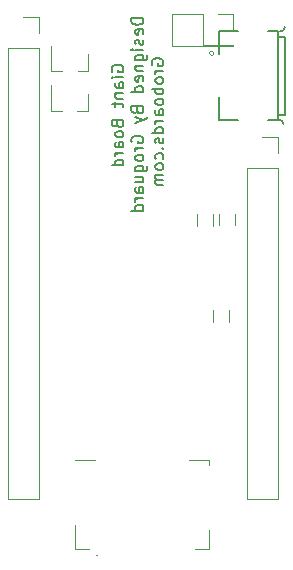
<source format=gbo>
G04 #@! TF.GenerationSoftware,KiCad,Pcbnew,5.1.4-e60b266~84~ubuntu19.04.1*
G04 #@! TF.CreationDate,2019-10-25T13:04:57-07:00*
G04 #@! TF.ProjectId,ATSAMA5D27-1G,41545341-4d41-4354-9432-372d31472e6b,rev?*
G04 #@! TF.SameCoordinates,Original*
G04 #@! TF.FileFunction,Legend,Bot*
G04 #@! TF.FilePolarity,Positive*
%FSLAX46Y46*%
G04 Gerber Fmt 4.6, Leading zero omitted, Abs format (unit mm)*
G04 Created by KiCad (PCBNEW 5.1.4-e60b266~84~ubuntu19.04.1) date 2019-10-25 13:04:57*
%MOMM*%
%LPD*%
G04 APERTURE LIST*
%ADD10C,0.200000*%
%ADD11C,0.100000*%
%ADD12C,0.120000*%
G04 APERTURE END LIST*
D10*
X132512260Y-79812634D02*
X132464640Y-79717396D01*
X132464640Y-79574539D01*
X132512260Y-79431681D01*
X132607498Y-79336443D01*
X132702736Y-79288824D01*
X132893212Y-79241205D01*
X133036069Y-79241205D01*
X133226545Y-79288824D01*
X133321783Y-79336443D01*
X133417021Y-79431681D01*
X133464640Y-79574539D01*
X133464640Y-79669777D01*
X133417021Y-79812634D01*
X133369402Y-79860253D01*
X133036069Y-79860253D01*
X133036069Y-79669777D01*
X133464640Y-80288824D02*
X132797974Y-80288824D01*
X132464640Y-80288824D02*
X132512260Y-80241205D01*
X132559879Y-80288824D01*
X132512260Y-80336443D01*
X132464640Y-80288824D01*
X132559879Y-80288824D01*
X133464640Y-81193586D02*
X132940831Y-81193586D01*
X132845593Y-81145967D01*
X132797974Y-81050729D01*
X132797974Y-80860253D01*
X132845593Y-80765015D01*
X133417021Y-81193586D02*
X133464640Y-81098348D01*
X133464640Y-80860253D01*
X133417021Y-80765015D01*
X133321783Y-80717396D01*
X133226545Y-80717396D01*
X133131307Y-80765015D01*
X133083688Y-80860253D01*
X133083688Y-81098348D01*
X133036069Y-81193586D01*
X132797974Y-81669777D02*
X133464640Y-81669777D01*
X132893212Y-81669777D02*
X132845593Y-81717396D01*
X132797974Y-81812634D01*
X132797974Y-81955491D01*
X132845593Y-82050729D01*
X132940831Y-82098348D01*
X133464640Y-82098348D01*
X132797974Y-82431681D02*
X132797974Y-82812634D01*
X132464640Y-82574539D02*
X133321783Y-82574539D01*
X133417021Y-82622158D01*
X133464640Y-82717396D01*
X133464640Y-82812634D01*
X132940831Y-84241205D02*
X132988450Y-84384062D01*
X133036069Y-84431681D01*
X133131307Y-84479300D01*
X133274164Y-84479300D01*
X133369402Y-84431681D01*
X133417021Y-84384062D01*
X133464640Y-84288824D01*
X133464640Y-83907872D01*
X132464640Y-83907872D01*
X132464640Y-84241205D01*
X132512260Y-84336443D01*
X132559879Y-84384062D01*
X132655117Y-84431681D01*
X132750355Y-84431681D01*
X132845593Y-84384062D01*
X132893212Y-84336443D01*
X132940831Y-84241205D01*
X132940831Y-83907872D01*
X133464640Y-85050729D02*
X133417021Y-84955491D01*
X133369402Y-84907872D01*
X133274164Y-84860253D01*
X132988450Y-84860253D01*
X132893212Y-84907872D01*
X132845593Y-84955491D01*
X132797974Y-85050729D01*
X132797974Y-85193586D01*
X132845593Y-85288824D01*
X132893212Y-85336443D01*
X132988450Y-85384062D01*
X133274164Y-85384062D01*
X133369402Y-85336443D01*
X133417021Y-85288824D01*
X133464640Y-85193586D01*
X133464640Y-85050729D01*
X133464640Y-86241205D02*
X132940831Y-86241205D01*
X132845593Y-86193586D01*
X132797974Y-86098348D01*
X132797974Y-85907872D01*
X132845593Y-85812634D01*
X133417021Y-86241205D02*
X133464640Y-86145967D01*
X133464640Y-85907872D01*
X133417021Y-85812634D01*
X133321783Y-85765015D01*
X133226545Y-85765015D01*
X133131307Y-85812634D01*
X133083688Y-85907872D01*
X133083688Y-86145967D01*
X133036069Y-86241205D01*
X133464640Y-86717396D02*
X132797974Y-86717396D01*
X132988450Y-86717396D02*
X132893212Y-86765015D01*
X132845593Y-86812634D01*
X132797974Y-86907872D01*
X132797974Y-87003110D01*
X133464640Y-87765015D02*
X132464640Y-87765015D01*
X133417021Y-87765015D02*
X133464640Y-87669777D01*
X133464640Y-87479300D01*
X133417021Y-87384062D01*
X133369402Y-87336443D01*
X133274164Y-87288824D01*
X132988450Y-87288824D01*
X132893212Y-87336443D01*
X132845593Y-87384062D01*
X132797974Y-87479300D01*
X132797974Y-87669777D01*
X132845593Y-87765015D01*
X135153740Y-75293762D02*
X134153740Y-75293762D01*
X134153740Y-75531858D01*
X134201360Y-75674715D01*
X134296598Y-75769953D01*
X134391836Y-75817572D01*
X134582312Y-75865191D01*
X134725169Y-75865191D01*
X134915645Y-75817572D01*
X135010883Y-75769953D01*
X135106121Y-75674715D01*
X135153740Y-75531858D01*
X135153740Y-75293762D01*
X135106121Y-76674715D02*
X135153740Y-76579477D01*
X135153740Y-76389000D01*
X135106121Y-76293762D01*
X135010883Y-76246143D01*
X134629931Y-76246143D01*
X134534693Y-76293762D01*
X134487074Y-76389000D01*
X134487074Y-76579477D01*
X134534693Y-76674715D01*
X134629931Y-76722334D01*
X134725169Y-76722334D01*
X134820407Y-76246143D01*
X135106121Y-77103286D02*
X135153740Y-77198524D01*
X135153740Y-77389000D01*
X135106121Y-77484239D01*
X135010883Y-77531858D01*
X134963264Y-77531858D01*
X134868026Y-77484239D01*
X134820407Y-77389000D01*
X134820407Y-77246143D01*
X134772788Y-77150905D01*
X134677550Y-77103286D01*
X134629931Y-77103286D01*
X134534693Y-77150905D01*
X134487074Y-77246143D01*
X134487074Y-77389000D01*
X134534693Y-77484239D01*
X135153740Y-77960429D02*
X134487074Y-77960429D01*
X134153740Y-77960429D02*
X134201360Y-77912810D01*
X134248979Y-77960429D01*
X134201360Y-78008048D01*
X134153740Y-77960429D01*
X134248979Y-77960429D01*
X134487074Y-78865191D02*
X135296598Y-78865191D01*
X135391836Y-78817572D01*
X135439455Y-78769953D01*
X135487074Y-78674715D01*
X135487074Y-78531858D01*
X135439455Y-78436620D01*
X135106121Y-78865191D02*
X135153740Y-78769953D01*
X135153740Y-78579477D01*
X135106121Y-78484239D01*
X135058502Y-78436620D01*
X134963264Y-78389000D01*
X134677550Y-78389000D01*
X134582312Y-78436620D01*
X134534693Y-78484239D01*
X134487074Y-78579477D01*
X134487074Y-78769953D01*
X134534693Y-78865191D01*
X134487074Y-79341381D02*
X135153740Y-79341381D01*
X134582312Y-79341381D02*
X134534693Y-79389000D01*
X134487074Y-79484239D01*
X134487074Y-79627096D01*
X134534693Y-79722334D01*
X134629931Y-79769953D01*
X135153740Y-79769953D01*
X135106121Y-80627096D02*
X135153740Y-80531858D01*
X135153740Y-80341381D01*
X135106121Y-80246143D01*
X135010883Y-80198524D01*
X134629931Y-80198524D01*
X134534693Y-80246143D01*
X134487074Y-80341381D01*
X134487074Y-80531858D01*
X134534693Y-80627096D01*
X134629931Y-80674715D01*
X134725169Y-80674715D01*
X134820407Y-80198524D01*
X135153740Y-81531858D02*
X134153740Y-81531858D01*
X135106121Y-81531858D02*
X135153740Y-81436620D01*
X135153740Y-81246143D01*
X135106121Y-81150905D01*
X135058502Y-81103286D01*
X134963264Y-81055667D01*
X134677550Y-81055667D01*
X134582312Y-81103286D01*
X134534693Y-81150905D01*
X134487074Y-81246143D01*
X134487074Y-81436620D01*
X134534693Y-81531858D01*
X134629931Y-83103286D02*
X134677550Y-83246143D01*
X134725169Y-83293762D01*
X134820407Y-83341381D01*
X134963264Y-83341381D01*
X135058502Y-83293762D01*
X135106121Y-83246143D01*
X135153740Y-83150905D01*
X135153740Y-82769953D01*
X134153740Y-82769953D01*
X134153740Y-83103286D01*
X134201360Y-83198524D01*
X134248979Y-83246143D01*
X134344217Y-83293762D01*
X134439455Y-83293762D01*
X134534693Y-83246143D01*
X134582312Y-83198524D01*
X134629931Y-83103286D01*
X134629931Y-82769953D01*
X134487074Y-83674715D02*
X135153740Y-83912810D01*
X134487074Y-84150905D02*
X135153740Y-83912810D01*
X135391836Y-83817572D01*
X135439455Y-83769953D01*
X135487074Y-83674715D01*
X134201360Y-85817572D02*
X134153740Y-85722334D01*
X134153740Y-85579477D01*
X134201360Y-85436620D01*
X134296598Y-85341381D01*
X134391836Y-85293762D01*
X134582312Y-85246143D01*
X134725169Y-85246143D01*
X134915645Y-85293762D01*
X135010883Y-85341381D01*
X135106121Y-85436620D01*
X135153740Y-85579477D01*
X135153740Y-85674715D01*
X135106121Y-85817572D01*
X135058502Y-85865191D01*
X134725169Y-85865191D01*
X134725169Y-85674715D01*
X135153740Y-86293762D02*
X134487074Y-86293762D01*
X134677550Y-86293762D02*
X134582312Y-86341381D01*
X134534693Y-86389000D01*
X134487074Y-86484239D01*
X134487074Y-86579477D01*
X135153740Y-87055667D02*
X135106121Y-86960429D01*
X135058502Y-86912810D01*
X134963264Y-86865191D01*
X134677550Y-86865191D01*
X134582312Y-86912810D01*
X134534693Y-86960429D01*
X134487074Y-87055667D01*
X134487074Y-87198524D01*
X134534693Y-87293762D01*
X134582312Y-87341381D01*
X134677550Y-87389000D01*
X134963264Y-87389000D01*
X135058502Y-87341381D01*
X135106121Y-87293762D01*
X135153740Y-87198524D01*
X135153740Y-87055667D01*
X134487074Y-88246143D02*
X135296598Y-88246143D01*
X135391836Y-88198524D01*
X135439455Y-88150905D01*
X135487074Y-88055667D01*
X135487074Y-87912810D01*
X135439455Y-87817572D01*
X135106121Y-88246143D02*
X135153740Y-88150905D01*
X135153740Y-87960429D01*
X135106121Y-87865191D01*
X135058502Y-87817572D01*
X134963264Y-87769953D01*
X134677550Y-87769953D01*
X134582312Y-87817572D01*
X134534693Y-87865191D01*
X134487074Y-87960429D01*
X134487074Y-88150905D01*
X134534693Y-88246143D01*
X134487074Y-89150905D02*
X135153740Y-89150905D01*
X134487074Y-88722334D02*
X135010883Y-88722334D01*
X135106121Y-88769953D01*
X135153740Y-88865191D01*
X135153740Y-89008048D01*
X135106121Y-89103286D01*
X135058502Y-89150905D01*
X135153740Y-90055667D02*
X134629931Y-90055667D01*
X134534693Y-90008048D01*
X134487074Y-89912810D01*
X134487074Y-89722334D01*
X134534693Y-89627096D01*
X135106121Y-90055667D02*
X135153740Y-89960429D01*
X135153740Y-89722334D01*
X135106121Y-89627096D01*
X135010883Y-89579477D01*
X134915645Y-89579477D01*
X134820407Y-89627096D01*
X134772788Y-89722334D01*
X134772788Y-89960429D01*
X134725169Y-90055667D01*
X135153740Y-90531858D02*
X134487074Y-90531858D01*
X134677550Y-90531858D02*
X134582312Y-90579477D01*
X134534693Y-90627096D01*
X134487074Y-90722334D01*
X134487074Y-90817572D01*
X135153740Y-91579477D02*
X134153740Y-91579477D01*
X135106121Y-91579477D02*
X135153740Y-91484239D01*
X135153740Y-91293762D01*
X135106121Y-91198524D01*
X135058502Y-91150905D01*
X134963264Y-91103286D01*
X134677550Y-91103286D01*
X134582312Y-91150905D01*
X134534693Y-91198524D01*
X134487074Y-91293762D01*
X134487074Y-91484239D01*
X134534693Y-91579477D01*
X135903160Y-79262096D02*
X135855540Y-79166858D01*
X135855540Y-79024000D01*
X135903160Y-78881143D01*
X135998398Y-78785905D01*
X136093636Y-78738286D01*
X136284112Y-78690667D01*
X136426969Y-78690667D01*
X136617445Y-78738286D01*
X136712683Y-78785905D01*
X136807921Y-78881143D01*
X136855540Y-79024000D01*
X136855540Y-79119239D01*
X136807921Y-79262096D01*
X136760302Y-79309715D01*
X136426969Y-79309715D01*
X136426969Y-79119239D01*
X136855540Y-79738286D02*
X136188874Y-79738286D01*
X136379350Y-79738286D02*
X136284112Y-79785905D01*
X136236493Y-79833524D01*
X136188874Y-79928762D01*
X136188874Y-80024000D01*
X136855540Y-80500191D02*
X136807921Y-80404953D01*
X136760302Y-80357334D01*
X136665064Y-80309715D01*
X136379350Y-80309715D01*
X136284112Y-80357334D01*
X136236493Y-80404953D01*
X136188874Y-80500191D01*
X136188874Y-80643048D01*
X136236493Y-80738286D01*
X136284112Y-80785905D01*
X136379350Y-80833524D01*
X136665064Y-80833524D01*
X136760302Y-80785905D01*
X136807921Y-80738286D01*
X136855540Y-80643048D01*
X136855540Y-80500191D01*
X136855540Y-81262096D02*
X135855540Y-81262096D01*
X136236493Y-81262096D02*
X136188874Y-81357334D01*
X136188874Y-81547810D01*
X136236493Y-81643048D01*
X136284112Y-81690667D01*
X136379350Y-81738286D01*
X136665064Y-81738286D01*
X136760302Y-81690667D01*
X136807921Y-81643048D01*
X136855540Y-81547810D01*
X136855540Y-81357334D01*
X136807921Y-81262096D01*
X136855540Y-82309715D02*
X136807921Y-82214477D01*
X136760302Y-82166858D01*
X136665064Y-82119239D01*
X136379350Y-82119239D01*
X136284112Y-82166858D01*
X136236493Y-82214477D01*
X136188874Y-82309715D01*
X136188874Y-82452572D01*
X136236493Y-82547810D01*
X136284112Y-82595429D01*
X136379350Y-82643048D01*
X136665064Y-82643048D01*
X136760302Y-82595429D01*
X136807921Y-82547810D01*
X136855540Y-82452572D01*
X136855540Y-82309715D01*
X136855540Y-83500191D02*
X136331731Y-83500191D01*
X136236493Y-83452572D01*
X136188874Y-83357334D01*
X136188874Y-83166858D01*
X136236493Y-83071620D01*
X136807921Y-83500191D02*
X136855540Y-83404953D01*
X136855540Y-83166858D01*
X136807921Y-83071620D01*
X136712683Y-83024000D01*
X136617445Y-83024000D01*
X136522207Y-83071620D01*
X136474588Y-83166858D01*
X136474588Y-83404953D01*
X136426969Y-83500191D01*
X136855540Y-83976381D02*
X136188874Y-83976381D01*
X136379350Y-83976381D02*
X136284112Y-84024000D01*
X136236493Y-84071620D01*
X136188874Y-84166858D01*
X136188874Y-84262096D01*
X136855540Y-85024000D02*
X135855540Y-85024000D01*
X136807921Y-85024000D02*
X136855540Y-84928762D01*
X136855540Y-84738286D01*
X136807921Y-84643048D01*
X136760302Y-84595429D01*
X136665064Y-84547810D01*
X136379350Y-84547810D01*
X136284112Y-84595429D01*
X136236493Y-84643048D01*
X136188874Y-84738286D01*
X136188874Y-84928762D01*
X136236493Y-85024000D01*
X136807921Y-85452572D02*
X136855540Y-85547810D01*
X136855540Y-85738286D01*
X136807921Y-85833524D01*
X136712683Y-85881143D01*
X136665064Y-85881143D01*
X136569826Y-85833524D01*
X136522207Y-85738286D01*
X136522207Y-85595429D01*
X136474588Y-85500191D01*
X136379350Y-85452572D01*
X136331731Y-85452572D01*
X136236493Y-85500191D01*
X136188874Y-85595429D01*
X136188874Y-85738286D01*
X136236493Y-85833524D01*
X136760302Y-86309715D02*
X136807921Y-86357334D01*
X136855540Y-86309715D01*
X136807921Y-86262096D01*
X136760302Y-86309715D01*
X136855540Y-86309715D01*
X136807921Y-87214477D02*
X136855540Y-87119239D01*
X136855540Y-86928762D01*
X136807921Y-86833524D01*
X136760302Y-86785905D01*
X136665064Y-86738286D01*
X136379350Y-86738286D01*
X136284112Y-86785905D01*
X136236493Y-86833524D01*
X136188874Y-86928762D01*
X136188874Y-87119239D01*
X136236493Y-87214477D01*
X136855540Y-87785905D02*
X136807921Y-87690667D01*
X136760302Y-87643048D01*
X136665064Y-87595429D01*
X136379350Y-87595429D01*
X136284112Y-87643048D01*
X136236493Y-87690667D01*
X136188874Y-87785905D01*
X136188874Y-87928762D01*
X136236493Y-88024000D01*
X136284112Y-88071620D01*
X136379350Y-88119239D01*
X136665064Y-88119239D01*
X136760302Y-88071620D01*
X136807921Y-88024000D01*
X136855540Y-87928762D01*
X136855540Y-87785905D01*
X136855540Y-88547810D02*
X136188874Y-88547810D01*
X136284112Y-88547810D02*
X136236493Y-88595429D01*
X136188874Y-88690667D01*
X136188874Y-88833524D01*
X136236493Y-88928762D01*
X136331731Y-88976381D01*
X136855540Y-88976381D01*
X136331731Y-88976381D02*
X136236493Y-89024000D01*
X136188874Y-89119239D01*
X136188874Y-89262096D01*
X136236493Y-89357334D01*
X136331731Y-89404953D01*
X136855540Y-89404953D01*
D11*
X131237260Y-120766620D02*
G75*
G02X131137260Y-120766620I-50000J0D01*
G01*
X131137260Y-120766620D02*
G75*
G02X131237260Y-120766620I50000J0D01*
G01*
X131137260Y-120766620D02*
X131137260Y-120766620D01*
X131237260Y-120766620D02*
X131237260Y-120766620D01*
X129387260Y-120266620D02*
X129387260Y-118166620D01*
X130537260Y-120266620D02*
X129387260Y-120266620D01*
X140687260Y-120266620D02*
X139537260Y-120266620D01*
X140687260Y-118666620D02*
X140687260Y-120266620D01*
X129387260Y-112666620D02*
X131037260Y-112666620D01*
X140687260Y-112666620D02*
X140687260Y-113166620D01*
X139037260Y-112666620D02*
X140687260Y-112666620D01*
D12*
X141529700Y-91834451D02*
X141529700Y-92834451D01*
X142889700Y-92834451D02*
X142889700Y-91834451D01*
X141070960Y-92889420D02*
X141070960Y-91889420D01*
X139710960Y-91889420D02*
X139710960Y-92889420D01*
X141069860Y-100030820D02*
X141069860Y-101030820D01*
X142429860Y-101030820D02*
X142429860Y-100030820D01*
X126336180Y-75216380D02*
X125006180Y-75216380D01*
X126336180Y-76546380D02*
X126336180Y-75216380D01*
X126336180Y-77816380D02*
X123676180Y-77816380D01*
X123676180Y-77816380D02*
X123676180Y-115976380D01*
X126336180Y-77816380D02*
X126336180Y-115976380D01*
X126336180Y-115976380D02*
X123676180Y-115976380D01*
X146572360Y-115978140D02*
X143912360Y-115978140D01*
X146572360Y-87978140D02*
X146572360Y-115978140D01*
X143912360Y-87978140D02*
X143912360Y-115978140D01*
X146572360Y-87978140D02*
X143912360Y-87978140D01*
X146572360Y-86708140D02*
X146572360Y-85378140D01*
X146572360Y-85378140D02*
X145242360Y-85378140D01*
X142775060Y-74969220D02*
X141445060Y-74969220D01*
X142775060Y-76299220D02*
X142775060Y-74969220D01*
X140175060Y-74969220D02*
X137575060Y-74969220D01*
X140175060Y-77569220D02*
X140175060Y-74969220D01*
X142775060Y-77569220D02*
X140175060Y-77569220D01*
X137575060Y-74969220D02*
X137575060Y-77629220D01*
X142775060Y-77569220D02*
X142775060Y-77629220D01*
X142775060Y-77629220D02*
X137575060Y-77629220D01*
D10*
X141592260Y-76410020D02*
X141592260Y-78310020D01*
X141592260Y-82010020D02*
X141592260Y-83910020D01*
X141592260Y-83910020D02*
X143142260Y-83910020D01*
X145692260Y-83910020D02*
X146592260Y-83910020D01*
X146592260Y-83910020D02*
X146592260Y-76410020D01*
X146592260Y-76410020D02*
X145692260Y-76410020D01*
X143142260Y-76410020D02*
X141592260Y-76410020D01*
X146742260Y-76410020D02*
G75*
G03X147142260Y-76060020I25000J375000D01*
G01*
X147042260Y-84260020D02*
G75*
G03X146642260Y-83910020I-375000J-25000D01*
G01*
X146642260Y-76860020D02*
X147192260Y-76860020D01*
X147192260Y-76860020D02*
X147192260Y-83460020D01*
X147192260Y-83460020D02*
X146642260Y-83460020D01*
D11*
X141122540Y-78260020D02*
G75*
G03X141122540Y-78260020I-180280J0D01*
G01*
D12*
X130515560Y-79793020D02*
X129585560Y-79793020D01*
X127355560Y-79793020D02*
X128285560Y-79793020D01*
X127355560Y-79793020D02*
X127355560Y-77633020D01*
X130515560Y-79793020D02*
X130515560Y-78333020D01*
X130502860Y-83133120D02*
X130502860Y-81673120D01*
X127342860Y-83133120D02*
X127342860Y-80973120D01*
X127342860Y-83133120D02*
X128272860Y-83133120D01*
X130502860Y-83133120D02*
X129572860Y-83133120D01*
M02*

</source>
